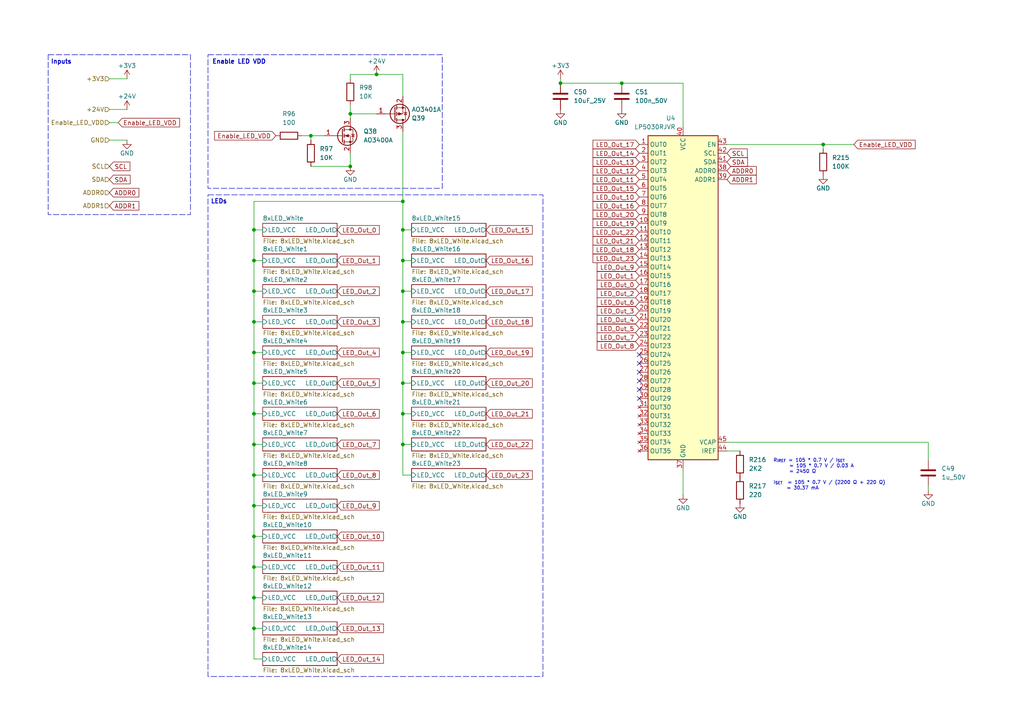
<source format=kicad_sch>
(kicad_sch (version 20231120) (generator "eeschema") (generator_version "8.0")
  (paper "A4")
  (lib_symbols
    (symbol "_C_0402:100n_50V" (pin_numbers hide) (pin_names (offset 0.254))
      (property "Reference" "C" (at 0.635 2.54 0))
      (property "Value" "100n_50V" (at 0.635 -2.54 0))
      (symbol "100n_50V_0_1"
        (polyline (pts (xy -2.032 -0.762) (xy 2.032 -0.762)) (stroke (width 0.508)))
        (polyline (pts (xy -2.032 0.762) (xy 2.032 0.762)) (stroke (width 0.508)))
      )
      (symbol "100n_50V_1_1"
        (pin passive line (at 0 3.81 270) (length 2.794) (name "~") (number "1"))
        (pin passive line (at 0 -3.81 90) (length 2.794) (name "~") (number "2"))
      )
    )
    (symbol "_C_0603:10uF_25V" (pin_numbers hide) (pin_names (offset 0.254))
      (property "Reference" "C" (at 0.635 2.54 0))
      (property "Value" "10uF_25V" (at 0.635 -2.54 0))
      (symbol "10uF_25V_0_1"
        (polyline (pts (xy -2.032 -0.762) (xy 2.032 -0.762)) (stroke (width 0.508)))
        (polyline (pts (xy -2.032 0.762) (xy 2.032 0.762)) (stroke (width 0.508)))
      )
      (symbol "10uF_25V_1_1"
        (pin passive line (at 0 3.81 270) (length 2.794) (name "~") (number "1"))
        (pin passive line (at 0 -3.81 90) (length 2.794) (name "~") (number "2"))
      )
    )
    (symbol "_C_0805:1u_50V" (pin_numbers hide) (pin_names (offset 0.254))
      (property "Reference" "C" (at 0.635 2.54 0))
      (property "Value" "1u_50V" (at 0.635 -2.54 0))
      (symbol "1u_50V_0_1"
        (polyline (pts (xy -2.032 -0.762) (xy 2.032 -0.762)) (stroke (width 0.508)))
        (polyline (pts (xy -2.032 0.762) (xy 2.032 0.762)) (stroke (width 0.508)))
      )
      (symbol "1u_50V_1_1"
        (pin passive line (at 0 3.81 270) (length 2.794) (name "~") (number "1"))
        (pin passive line (at 0 -3.81 90) (length 2.794) (name "~") (number "2"))
      )
    )
    (symbol "_Driver_LED:LP5030RJVR"
      (property "Reference" "U" (at -6.35 49.53 0))
      (property "Value" "LP5030RJVR" (at 6.35 49.53 0))
      (symbol "LP5030RJVR_0_1"
        (rectangle (start -10.16 48.26) (end 10.16 -45.72) (stroke (width 0.254)) (fill (type background)))
      )
      (symbol "LP5030RJVR_1_1"
        (pin power_out line (at 12.7 45.72 180) (length 2.54) (name "OUT0") (number "1"))
        (pin power_out line (at 12.7 22.86 180) (length 2.54) (name "OUT9") (number "10"))
        (pin power_out line (at 12.7 20.32 180) (length 2.54) (name "OUT10") (number "11"))
        (pin power_out line (at 12.7 17.78 180) (length 2.54) (name "OUT11") (number "12"))
        (pin power_out line (at 12.7 15.24 180) (length 2.54) (name "OUT12") (number "13"))
        (pin power_out line (at 12.7 12.7 180) (length 2.54) (name "OUT13") (number "14"))
        (pin power_out line (at 12.7 10.16 180) (length 2.54) (name "OUT14") (number "15"))
        (pin power_out line (at 12.7 7.62 180) (length 2.54) (name "OUT15") (number "16"))
        (pin power_out line (at 12.7 5.08 180) (length 2.54) (name "OUT16") (number "17"))
        (pin power_out line (at 12.7 2.54 180) (length 2.54) (name "OUT17") (number "18"))
        (pin power_out line (at 12.7 0 180) (length 2.54) (name "OUT18") (number "19"))
        (pin power_out line (at 12.7 43.18 180) (length 2.54) (name "OUT1") (number "2"))
        (pin power_out line (at 12.7 -2.54 180) (length 2.54) (name "OUT19") (number "20"))
        (pin power_out line (at 12.7 -5.08 180) (length 2.54) (name "OUT20") (number "21"))
        (pin power_out line (at 12.7 -7.62 180) (length 2.54) (name "OUT21") (number "22"))
        (pin power_out line (at 12.7 -10.16 180) (length 2.54) (name "OUT22") (number "23"))
        (pin power_out line (at 12.7 -12.7 180) (length 2.54) (name "OUT23") (number "24"))
        (pin power_out line (at 12.7 -15.24 180) (length 2.54) (name "OUT24") (number "25"))
        (pin power_out line (at 12.7 -17.78 180) (length 2.54) (name "OUT25") (number "26"))
        (pin power_out line (at 12.7 -20.32 180) (length 2.54) (name "OUT26") (number "27"))
        (pin power_out line (at 12.7 -22.86 180) (length 2.54) (name "OUT27") (number "28"))
        (pin power_out line (at 12.7 -25.4 180) (length 2.54) (name "OUT28") (number "29"))
        (pin power_out line (at 12.7 40.64 180) (length 2.54) (name "OUT2") (number "3"))
        (pin power_out line (at 12.7 -27.94 180) (length 2.54) (name "OUT29") (number "30"))
        (pin no_connect line (at 12.7 -30.48 180) (length 2.54) (name "OUT30") (number "31"))
        (pin no_connect line (at 12.7 -33.02 180) (length 2.54) (name "OUT31") (number "32"))
        (pin no_connect line (at 12.7 -35.56 180) (length 2.54) (name "OUT32") (number "33"))
        (pin no_connect line (at 12.7 -38.1 180) (length 2.54) (name "OUT33") (number "34"))
        (pin no_connect line (at 12.7 -40.64 180) (length 2.54) (name "OUT34") (number "35"))
        (pin no_connect line (at 12.7 -43.18 180) (length 2.54) (name "OUT35") (number "36"))
        (pin power_in line (at 0 -48.26 90) (length 2.54) (name "GND") (number "37"))
        (pin input line (at -12.7 38.1 0) (length 2.54) (name "ADDR0") (number "38"))
        (pin input line (at -12.7 35.56 0) (length 2.54) (name "ADDR1") (number "39"))
        (pin power_out line (at 12.7 38.1 180) (length 2.54) (name "OUT3") (number "4"))
        (pin power_in line (at 0 50.8 270) (length 2.54) (name "VCC") (number "40"))
        (pin bidirectional line (at -12.7 40.64 0) (length 2.54) (name "SDA") (number "41"))
        (pin input line (at -12.7 43.18 0) (length 2.54) (name "SCL") (number "42"))
        (pin input line (at -12.7 45.72 0) (length 2.54) (name "EN") (number "43"))
        (pin passive line (at -12.7 -43.18 0) (length 2.54) (name "IREF") (number "44"))
        (pin passive line (at -12.7 -40.64 0) (length 2.54) (name "VCAP") (number "45"))
        (pin passive line (at 0 -48.26 90) (length 2.54) hide (name "GND") (number "46"))
        (pin passive line (at 0 -48.26 90) (length 2.54) hide (name "GND") (number "47"))
        (pin power_out line (at 12.7 35.56 180) (length 2.54) (name "OUT4") (number "5"))
        (pin power_out line (at 12.7 33.02 180) (length 2.54) (name "OUT5") (number "6"))
        (pin power_out line (at 12.7 30.48 180) (length 2.54) (name "OUT6") (number "7"))
        (pin power_out line (at 12.7 27.94 180) (length 2.54) (name "OUT7") (number "8"))
        (pin power_out line (at 12.7 25.4 180) (length 2.54) (name "OUT8") (number "9"))
      )
    )
    (symbol "_R_0402:100" (pin_numbers hide) (pin_names (offset 0))
      (property "Reference" "R" (at 2.032 0 90))
      (property "Value" "100" (at 0 0 90))
      (symbol "100_0_1"
        (rectangle (start -1.016 -2.54) (end 1.016 2.54) (stroke (width 0.254)))
      )
      (symbol "100_1_1"
        (pin passive line (at 0 3.81 270) (length 1.27) (name "~") (number "1"))
        (pin passive line (at 0 -3.81 90) (length 1.27) (name "~") (number "2"))
      )
    )
    (symbol "_R_0402:100K" (pin_numbers hide) (pin_names (offset 0))
      (property "Reference" "R" (at 2.032 0 90))
      (property "Value" "100K" (at 0 0 90))
      (symbol "100K_0_1"
        (rectangle (start -1.016 -2.54) (end 1.016 2.54) (stroke (width 0.254)))
      )
      (symbol "100K_1_1"
        (pin passive line (at 0 3.81 270) (length 1.27) (name "~") (number "1"))
        (pin passive line (at 0 -3.81 90) (length 1.27) (name "~") (number "2"))
      )
    )
    (symbol "_R_0402:10K" (pin_numbers hide) (pin_names (offset 0))
      (property "Reference" "R" (at 2.032 0 90))
      (property "Value" "10K" (at 0 0 90))
      (symbol "10K_0_1"
        (rectangle (start -1.016 -2.54) (end 1.016 2.54) (stroke (width 0.254)))
      )
      (symbol "10K_1_1"
        (pin passive line (at 0 3.81 270) (length 1.27) (name "~") (number "1"))
        (pin passive line (at 0 -3.81 90) (length 1.27) (name "~") (number "2"))
      )
    )
    (symbol "_R_0402:220" (pin_numbers hide) (pin_names (offset 0))
      (property "Reference" "R" (at 2.032 0 90))
      (property "Value" "220" (at 0 0 90))
      (symbol "220_0_1"
        (rectangle (start -1.016 -2.54) (end 1.016 2.54) (stroke (width 0.254)))
      )
      (symbol "220_1_1"
        (pin passive line (at 0 3.81 270) (length 1.27) (name "~") (number "1"))
        (pin passive line (at 0 -3.81 90) (length 1.27) (name "~") (number "2"))
      )
    )
    (symbol "_R_0402:2K2" (pin_numbers hide) (pin_names (offset 0))
      (property "Reference" "R" (at 2.032 0 90))
      (property "Value" "2K2" (at 0 0 90))
      (symbol "2K2_0_1"
        (rectangle (start -1.016 -2.54) (end 1.016 2.54) (stroke (width 0.254)))
      )
      (symbol "2K2_1_1"
        (pin passive line (at 0 3.81 270) (length 1.27) (name "~") (number "1"))
        (pin passive line (at 0 -3.81 90) (length 1.27) (name "~") (number "2"))
      )
    )
    (symbol "_Transistor_FET:AO3400A" (pin_names hide)
      (property "Reference" "Q" (at 5.08 1.905 0))
      (property "Value" "AO3400A" (at 5.08 0 0))
      (symbol "AO3400A_0_1"
        (polyline (pts (xy 0.254 0) (xy -2.54 0)))
        (polyline (pts (xy 0.254 1.905) (xy 0.254 -1.905)) (stroke (width 0.254)))
        (polyline (pts (xy 0.762 -1.27) (xy 0.762 -2.286)) (stroke (width 0.254)))
        (polyline (pts (xy 0.762 0.508) (xy 0.762 -0.508)) (stroke (width 0.254)))
        (polyline (pts (xy 0.762 2.286) (xy 0.762 1.27)) (stroke (width 0.254)))
        (polyline (pts (xy 2.54 2.54) (xy 2.54 1.778)))
        (polyline (pts (xy 2.54 -2.54) (xy 2.54 0) (xy 0.762 0)))
        (polyline (pts (xy 0.762 -1.778) (xy 3.302 -1.778) (xy 3.302 1.778) (xy 0.762 1.778)))
        (polyline (pts (xy 1.016 0) (xy 2.032 0.381) (xy 2.032 -0.381) (xy 1.016 0)) (fill (type outline)))
        (polyline (pts (xy 2.794 0.508) (xy 2.921 0.381) (xy 3.683 0.381) (xy 3.81 0.254)))
        (polyline (pts (xy 3.302 0.381) (xy 2.921 -0.254) (xy 3.683 -0.254) (xy 3.302 0.381)))
        (circle (center 1.651 0) (radius 2.794) (stroke (width 0.254)))
        (circle (center 2.54 -1.778) (radius 0.254) (fill (type outline)))
        (circle (center 2.54 1.778) (radius 0.254) (fill (type outline)))
      )
      (symbol "AO3400A_1_1"
        (pin input line (at -5.08 0 0) (length 2.54) (name "G") (number "1"))
        (pin passive line (at 2.54 -5.08 90) (length 2.54) (name "S") (number "2"))
        (pin passive line (at 2.54 5.08 270) (length 2.54) (name "D") (number "3"))
      )
    )
    (symbol "_Transistor_FET:AO3401A" (pin_names hide)
      (property "Reference" "Q" (at 5.08 1.905 0))
      (property "Value" "AO3401A" (at 5.08 0 0))
      (symbol "AO3401A_0_1"
        (polyline (pts (xy 0.254 0) (xy -2.54 0)))
        (polyline (pts (xy 0.254 1.905) (xy 0.254 -1.905)) (stroke (width 0.254)))
        (polyline (pts (xy 0.762 -1.27) (xy 0.762 -2.286)) (stroke (width 0.254)))
        (polyline (pts (xy 0.762 0.508) (xy 0.762 -0.508)) (stroke (width 0.254)))
        (polyline (pts (xy 0.762 2.286) (xy 0.762 1.27)) (stroke (width 0.254)))
        (polyline (pts (xy 2.54 2.54) (xy 2.54 1.778)))
        (polyline (pts (xy 2.54 -2.54) (xy 2.54 0) (xy 0.762 0)))
        (polyline (pts (xy 0.762 1.778) (xy 3.302 1.778) (xy 3.302 -1.778) (xy 0.762 -1.778)))
        (polyline (pts (xy 2.286 0) (xy 1.27 0.381) (xy 1.27 -0.381) (xy 2.286 0)) (fill (type outline)))
        (polyline (pts (xy 2.794 -0.508) (xy 2.921 -0.381) (xy 3.683 -0.381) (xy 3.81 -0.254)))
        (polyline (pts (xy 3.302 -0.381) (xy 2.921 0.254) (xy 3.683 0.254) (xy 3.302 -0.381)))
        (circle (center 1.651 0) (radius 2.794) (stroke (width 0.254)))
        (circle (center 2.54 -1.778) (radius 0.254) (fill (type outline)))
        (circle (center 2.54 1.778) (radius 0.254) (fill (type outline)))
      )
      (symbol "AO3401A_1_1"
        (pin input line (at -5.08 0 0) (length 2.54) (name "G") (number "1"))
        (pin passive line (at 2.54 -5.08 90) (length 2.54) (name "S") (number "2"))
        (pin passive line (at 2.54 5.08 270) (length 2.54) (name "D") (number "3"))
      )
    )
    (symbol "power:+3V3" (power) (pin_names (offset 0))
      (property "Value" "+3V3" (at 0 3.556 0))
      (symbol "+3V3_0_1"
        (polyline (pts (xy -0.762 1.27) (xy 0 2.54)))
        (polyline (pts (xy 0 0) (xy 0 2.54)))
        (polyline (pts (xy 0 2.54) (xy 0.762 1.27)))
      )
      (symbol "+3V3_1_1"
        (pin power_in line (at 0 0 90) (length 0) hide (name "+3V3") (number "1"))
      )
    )
    (symbol "power:+5V" (power) (pin_names (offset 0))
      (property "Value" "+5V" (at 0 3.556 0))
      (symbol "+5V_0_1"
        (polyline (pts (xy -0.762 1.27) (xy 0 2.54)))
        (polyline (pts (xy 0 0) (xy 0 2.54)))
        (polyline (pts (xy 0 2.54) (xy 0.762 1.27)))
      )
      (symbol "+5V_1_1"
        (pin power_in line (at 0 0 90) (length 0) hide (name "+5V") (number "1"))
      )
    )
    (symbol "power:GND" (power) (pin_names (offset 0))
      (property "Value" "GND" (at 0 -3.81 0))
      (symbol "GND_0_1"
        (polyline (pts (xy 0 0) (xy 0 -1.27) (xy 1.27 -1.27) (xy 0 -2.54) (xy -1.27 -1.27) (xy 0 -1.27)))
      )
      (symbol "GND_1_1"
        (pin power_in line (at 0 0 270) (length 0) hide (name "GND") (number "1"))
      )
    )
  )
  (junction (at 73.66 164.465))
  (junction (at 73.66 102.235))
  (junction (at 73.66 120.015))
  (junction (at 73.66 75.565))
  (junction (at 73.66 155.575))
  (junction (at 73.66 93.345))
  (junction (at 180.34 24.13))
  (junction (at 73.66 66.675))
  (junction (at 73.66 137.795))
  (junction (at 73.66 173.355))
  (junction (at 116.84 111.125))
  (junction (at 116.84 75.565))
  (junction (at 116.84 58.42))
  (junction (at 73.66 128.905))
  (junction (at 162.56 24.13))
  (junction (at 73.66 146.685))
  (junction (at 73.66 84.455))
  (junction (at 73.66 182.245))
  (junction (at 90.17 39.37))
  (junction (at 116.84 66.675))
  (junction (at 101.6 33.02))
  (junction (at 109.22 21.59))
  (junction (at 116.84 128.905))
  (junction (at 101.6 48.26))
  (junction (at 238.76 41.91))
  (junction (at 116.84 93.345))
  (junction (at 116.84 102.235))
  (junction (at 116.84 120.015))
  (junction (at 73.66 111.125))
  (junction (at 116.84 84.455))
  (no_connect (at 185.42 110.49))
  (no_connect (at 185.42 102.87))
  (no_connect (at 185.42 113.03))
  (no_connect (at 185.42 115.57))
  (no_connect (at 185.42 105.41))
  (no_connect (at 185.42 107.95))
  (wire (pts (xy 116.84 111.125) (xy 116.84 120.015)))
  (wire (pts (xy 101.6 44.45) (xy 101.6 48.26)))
  (wire (pts (xy 76.2 84.455) (xy 73.66 84.455)))
  (wire (pts (xy 116.84 38.1) (xy 116.84 58.42)))
  (wire (pts (xy 76.2 75.565) (xy 73.66 75.565)))
  (wire (pts (xy 73.66 155.575) (xy 73.66 164.465)))
  (wire (pts (xy 116.84 58.42) (xy 116.84 66.675)))
  (wire (pts (xy 269.24 128.27) (xy 210.82 128.27)))
  (wire (pts (xy 119.38 111.125) (xy 116.84 111.125)))
  (wire (pts (xy 119.38 84.455) (xy 116.84 84.455)))
  (wire (pts (xy 90.17 48.26) (xy 101.6 48.26)))
  (wire (pts (xy 119.38 137.795) (xy 116.84 137.795)))
  (wire (pts (xy 162.56 22.86) (xy 162.56 24.13)))
  (wire (pts (xy 101.6 33.02) (xy 109.22 33.02)))
  (wire (pts (xy 116.84 120.015) (xy 116.84 128.905)))
  (wire (pts (xy 76.2 146.685) (xy 73.66 146.685)))
  (wire (pts (xy 162.56 24.13) (xy 180.34 24.13)))
  (wire (pts (xy 76.2 164.465) (xy 73.66 164.465)))
  (wire (pts (xy 119.38 93.345) (xy 116.84 93.345)))
  (wire (pts (xy 198.12 143.51) (xy 198.12 135.89)))
  (wire (pts (xy 73.66 66.675) (xy 73.66 75.565)))
  (wire (pts (xy 31.75 22.86) (xy 36.83 22.86)))
  (wire (pts (xy 73.66 111.125) (xy 73.66 120.015)))
  (wire (pts (xy 238.76 41.91) (xy 247.65 41.91)))
  (wire (pts (xy 90.17 40.64) (xy 90.17 39.37)))
  (wire (pts (xy 119.38 120.015) (xy 116.84 120.015)))
  (wire (pts (xy 76.2 182.245) (xy 73.66 182.245)))
  (wire (pts (xy 73.66 137.795) (xy 73.66 146.685)))
  (wire (pts (xy 269.24 142.24) (xy 269.24 140.97)))
  (wire (pts (xy 269.24 133.35) (xy 269.24 128.27)))
  (wire (pts (xy 73.66 93.345) (xy 73.66 102.235)))
  (wire (pts (xy 116.84 21.59) (xy 116.84 27.94)))
  (wire (pts (xy 238.76 41.91) (xy 238.76 43.18)))
  (wire (pts (xy 76.2 111.125) (xy 73.66 111.125)))
  (wire (pts (xy 73.66 173.355) (xy 73.66 182.245)))
  (wire (pts (xy 76.2 128.905) (xy 73.66 128.905)))
  (wire (pts (xy 116.84 84.455) (xy 116.84 93.345)))
  (wire (pts (xy 76.2 173.355) (xy 73.66 173.355)))
  (wire (pts (xy 101.6 30.48) (xy 101.6 33.02)))
  (wire (pts (xy 36.83 40.64) (xy 31.75 40.64)))
  (wire (pts (xy 109.22 21.59) (xy 101.6 21.59)))
  (wire (pts (xy 73.66 146.685) (xy 73.66 155.575)))
  (wire (pts (xy 116.84 93.345) (xy 116.84 102.235)))
  (wire (pts (xy 73.66 58.42) (xy 73.66 66.675)))
  (wire (pts (xy 116.84 75.565) (xy 116.84 84.455)))
  (wire (pts (xy 76.2 155.575) (xy 73.66 155.575)))
  (wire (pts (xy 76.2 93.345) (xy 73.66 93.345)))
  (wire (pts (xy 119.38 128.905) (xy 116.84 128.905)))
  (wire (pts (xy 34.29 35.56) (xy 31.75 35.56)))
  (wire (pts (xy 76.2 191.135) (xy 73.66 191.135)))
  (wire (pts (xy 198.12 24.13) (xy 198.12 36.83)))
  (wire (pts (xy 87.63 39.37) (xy 90.17 39.37)))
  (wire (pts (xy 210.82 130.81) (xy 214.63 130.81)))
  (wire (pts (xy 180.34 24.13) (xy 198.12 24.13)))
  (wire (pts (xy 116.84 66.675) (xy 116.84 75.565)))
  (wire (pts (xy 31.75 31.75) (xy 36.83 31.75)))
  (wire (pts (xy 76.2 102.235) (xy 73.66 102.235)))
  (wire (pts (xy 76.2 137.795) (xy 73.66 137.795)))
  (wire (pts (xy 116.84 21.59) (xy 109.22 21.59)))
  (wire (pts (xy 116.84 102.235) (xy 116.84 111.125)))
  (wire (pts (xy 73.66 58.42) (xy 116.84 58.42)))
  (wire (pts (xy 90.17 39.37) (xy 93.98 39.37)))
  (wire (pts (xy 73.66 66.675) (xy 76.2 66.675)))
  (wire (pts (xy 119.38 102.235) (xy 116.84 102.235)))
  (wire (pts (xy 116.84 66.675) (xy 119.38 66.675)))
  (wire (pts (xy 210.82 41.91) (xy 238.76 41.91)))
  (wire (pts (xy 73.66 128.905) (xy 73.66 137.795)))
  (wire (pts (xy 73.66 191.135) (xy 73.66 182.245)))
  (wire (pts (xy 101.6 21.59) (xy 101.6 22.86)))
  (wire (pts (xy 73.66 84.455) (xy 73.66 93.345)))
  (wire (pts (xy 101.6 33.02) (xy 101.6 34.29)))
  (wire (pts (xy 116.84 128.905) (xy 116.84 137.795)))
  (wire (pts (xy 73.66 102.235) (xy 73.66 111.125)))
  (wire (pts (xy 73.66 164.465) (xy 73.66 173.355)))
  (wire (pts (xy 119.38 75.565) (xy 116.84 75.565)))
  (wire (pts (xy 76.2 120.015) (xy 73.66 120.015)))
  (wire (pts (xy 73.66 75.565) (xy 73.66 84.455)))
  (wire (pts (xy 73.66 120.015) (xy 73.66 128.905)))
  (rectangle (start 13.97 15.875) (end 55.245 62.23) (stroke (width 0) (type dash)))
  (rectangle (start 60.325 56.515) (end 157.48 196.215) (stroke (width 0) (type dash)))
  (rectangle (start 60.325 15.875) (end 128.27 54.61) (stroke (width 0) (type dash)))
  (text_box "R_{IREF} = 105 * 0.7 V / I_{SET} \n      = 105 * 0.7 V / 0.03 A \n      = 2450 Ω\n\nI_{SET}  = 105 * 0.7 V / (2200 Ω + 220 Ω) \n     = 30.37 mA" (at 223.52 132.08 0) (size 34.925 10.795) (stroke (width -0.0001)) (effects (font (size 1 1)) (justify left top)))
  (text "Enable LED VDD" (at 69.342 18.034 0) (effects (font (size 1.27 1.27) (thickness 0.254) (bold yes))))
  (text "Inputs" (at 17.78 18.034 0) (effects (font (size 1.27 1.27) (thickness 0.254) (bold yes))))
  (text "LEDs" (at 63.5 58.547 0) (effects (font (size 1.27 1.27) (thickness 0.254) (bold yes))))
  (global_label "LED_Out_0" (shape input) (at 97.79 66.675 0) (property "Intersheetrefs" "${INTERSHEET_REFS}" (effects (hide yes))))
  (global_label "ADDR1" (shape input) (at 31.75 59.69 0) (property "Intersheetrefs" "${INTERSHEET_REFS}" (effects (hide yes))))
  (global_label "LED_Out_5" (shape input) (at 97.79 111.125 0) (property "Intersheetrefs" "${INTERSHEET_REFS}" (effects (hide yes))))
  (global_label "LED_Out_16" (shape input) (at 140.97 75.565 0) (property "Intersheetrefs" "${INTERSHEET_REFS}" (effects (hide yes))))
  (global_label "LED_Out_23" (shape input) (at 140.97 137.795 0) (property "Intersheetrefs" "${INTERSHEET_REFS}" (effects (hide yes))))
  (global_label "LED_Out_0" (shape input) (at 185.42 82.55 180) (property "Intersheetrefs" "${INTERSHEET_REFS}" (effects (hide yes))))
  (global_label "LED_Out_12" (shape input) (at 185.42 49.53 180) (property "Intersheetrefs" "${INTERSHEET_REFS}" (effects (hide yes))))
  (global_label "LED_Out_14" (shape input) (at 97.79 191.135 0) (property "Intersheetrefs" "${INTERSHEET_REFS}" (effects (hide yes))))
  (global_label "LED_Out_14" (shape input) (at 185.42 44.45 180) (property "Intersheetrefs" "${INTERSHEET_REFS}" (effects (hide yes))))
  (global_label "SDA" (shape input) (at 31.75 52.07 0) (property "Intersheetrefs" "${INTERSHEET_REFS}" (effects (hide yes))))
  (global_label "SCL" (shape input) (at 31.75 48.26 0) (property "Intersheetrefs" "${INTERSHEET_REFS}" (effects (hide yes))))
  (global_label "LED_Out_22" (shape input) (at 185.42 67.31 180) (property "Intersheetrefs" "${INTERSHEET_REFS}" (effects (hide yes))))
  (global_label "Enable_LED_VDD" (shape input) (at 80.01 39.37 180) (property "Intersheetrefs" "${INTERSHEET_REFS}" (effects (hide yes))))
  (global_label "LED_Out_11" (shape input) (at 185.42 52.07 180) (property "Intersheetrefs" "${INTERSHEET_REFS}" (effects (hide yes))))
  (global_label "LED_Out_21" (shape input) (at 185.42 69.85 180) (property "Intersheetrefs" "${INTERSHEET_REFS}" (effects (hide yes))))
  (global_label "LED_Out_16" (shape input) (at 185.42 59.69 180) (property "Intersheetrefs" "${INTERSHEET_REFS}" (effects (hide yes))))
  (global_label "LED_Out_3" (shape input) (at 97.79 93.345 0) (property "Intersheetrefs" "${INTERSHEET_REFS}" (effects (hide yes))))
  (global_label "LED_Out_17" (shape input) (at 140.97 84.455 0) (property "Intersheetrefs" "${INTERSHEET_REFS}" (effects (hide yes))))
  (global_label "LED_Out_2" (shape input) (at 185.42 85.09 180) (property "Intersheetrefs" "${INTERSHEET_REFS}" (effects (hide yes))))
  (global_label "LED_Out_19" (shape input) (at 185.42 64.77 180) (property "Intersheetrefs" "${INTERSHEET_REFS}" (effects (hide yes))))
  (global_label "LED_Out_8" (shape input) (at 97.79 137.795 0) (property "Intersheetrefs" "${INTERSHEET_REFS}" (effects (hide yes))))
  (global_label "LED_Out_20" (shape input) (at 185.42 62.23 180) (property "Intersheetrefs" "${INTERSHEET_REFS}" (effects (hide yes))))
  (global_label "LED_Out_6" (shape input) (at 185.42 87.63 180) (property "Intersheetrefs" "${INTERSHEET_REFS}" (effects (hide yes))))
  (global_label "LED_Out_12" (shape input) (at 97.79 173.355 0) (property "Intersheetrefs" "${INTERSHEET_REFS}" (effects (hide yes))))
  (global_label "LED_Out_11" (shape input) (at 97.79 164.465 0) (property "Intersheetrefs" "${INTERSHEET_REFS}" (effects (hide yes))))
  (global_label "Enable_LED_VDD" (shape input) (at 34.29 35.56 0) (property "Intersheetrefs" "${INTERSHEET_REFS}" (effects (hide yes))))
  (global_label "SDA" (shape input) (at 210.82 46.99 0) (property "Intersheetrefs" "${INTERSHEET_REFS}" (effects (hide yes))))
  (global_label "LED_Out_7" (shape input) (at 185.42 97.79 180) (property "Intersheetrefs" "${INTERSHEET_REFS}" (effects (hide yes))))
  (global_label "LED_Out_7" (shape input) (at 97.79 128.905 0) (property "Intersheetrefs" "${INTERSHEET_REFS}" (effects (hide yes))))
  (global_label "LED_Out_8" (shape input) (at 185.42 100.33 180) (property "Intersheetrefs" "${INTERSHEET_REFS}" (effects (hide yes))))
  (global_label "SCL" (shape input) (at 210.82 44.45 0) (property "Intersheetrefs" "${INTERSHEET_REFS}" (effects (hide yes))))
  (global_label "LED_Out_21" (shape input) (at 140.97 120.015 0) (property "Intersheetrefs" "${INTERSHEET_REFS}" (effects (hide yes))))
  (global_label "LED_Out_15" (shape input) (at 140.97 66.675 0) (property "Intersheetrefs" "${INTERSHEET_REFS}" (effects (hide yes))))
  (global_label "LED_Out_13" (shape input) (at 185.42 46.99 180) (property "Intersheetrefs" "${INTERSHEET_REFS}" (effects (hide yes))))
  (global_label "LED_Out_3" (shape input) (at 185.42 90.17 180) (property "Intersheetrefs" "${INTERSHEET_REFS}" (effects (hide yes))))
  (global_label "LED_Out_10" (shape input) (at 97.79 155.575 0) (property "Intersheetrefs" "${INTERSHEET_REFS}" (effects (hide yes))))
  (global_label "LED_Out_19" (shape input) (at 140.97 102.235 0) (property "Intersheetrefs" "${INTERSHEET_REFS}" (effects (hide yes))))
  (global_label "ADDR0" (shape input) (at 31.75 55.88 0) (property "Intersheetrefs" "${INTERSHEET_REFS}" (effects (hide yes))))
  (global_label "ADDR1" (shape input) (at 210.82 52.07 0) (property "Intersheetrefs" "${INTERSHEET_REFS}" (effects (hide yes))))
  (global_label "LED_Out_22" (shape input) (at 140.97 128.905 0) (property "Intersheetrefs" "${INTERSHEET_REFS}" (effects (hide yes))))
  (global_label "LED_Out_18" (shape input) (at 185.42 72.39 180) (property "Intersheetrefs" "${INTERSHEET_REFS}" (effects (hide yes))))
  (global_label "LED_Out_15" (shape input) (at 185.42 54.61 180) (property "Intersheetrefs" "${INTERSHEET_REFS}" (effects (hide yes))))
  (global_label "LED_Out_17" (shape input) (at 185.42 41.91 180) (property "Intersheetrefs" "${INTERSHEET_REFS}" (effects (hide yes))))
  (global_label "LED_Out_4" (shape input) (at 185.42 92.71 180) (property "Intersheetrefs" "${INTERSHEET_REFS}" (effects (hide yes))))
  (global_label "LED_Out_20" (shape input) (at 140.97 111.125 0) (property "Intersheetrefs" "${INTERSHEET_REFS}" (effects (hide yes))))
  (global_label "LED_Out_23" (shape input) (at 185.42 74.93 180) (property "Intersheetrefs" "${INTERSHEET_REFS}" (effects (hide yes))))
  (global_label "LED_Out_9" (shape input) (at 185.42 77.47 180) (property "Intersheetrefs" "${INTERSHEET_REFS}" (effects (hide yes))))
  (global_label "LED_Out_2" (shape input) (at 97.79 84.455 0) (property "Intersheetrefs" "${INTERSHEET_REFS}" (effects (hide yes))))
  (global_label "LED_Out_13" (shape input) (at 97.79 182.245 0) (property "Intersheetrefs" "${INTERSHEET_REFS}" (effects (hide yes))))
  (global_label "LED_Out_10" (shape input) (at 185.42 57.15 180) (property "Intersheetrefs" "${INTERSHEET_REFS}" (effects (hide yes))))
  (global_label "LED_Out_6" (shape input) (at 97.79 120.015 0) (property "Intersheetrefs" "${INTERSHEET_REFS}" (effects (hide yes))))
  (global_label "LED_Out_4" (shape input) (at 97.79 102.235 0) (property "Intersheetrefs" "${INTERSHEET_REFS}" (effects (hide yes))))
  (global_label "LED_Out_5" (shape input) (at 185.42 95.25 180) (property "Intersheetrefs" "${INTERSHEET_REFS}" (effects (hide yes))))
  (global_label "ADDR0" (shape input) (at 210.82 49.53 0) (property "Intersheetrefs" "${INTERSHEET_REFS}" (effects (hide yes))))
  (global_label "Enable_LED_VDD" (shape input) (at 247.65 41.91 0) (property "Intersheetrefs" "${INTERSHEET_REFS}" (effects (hide yes))))
  (global_label "LED_Out_1" (shape input) (at 97.79 75.565 0) (property "Intersheetrefs" "${INTERSHEET_REFS}" (effects (hide yes))))
  (global_label "LED_Out_18" (shape input) (at 140.97 93.345 0) (property "Intersheetrefs" "${INTERSHEET_REFS}" (effects (hide yes))))
  (global_label "LED_Out_9" (shape input) (at 97.79 146.685 0) (property "Intersheetrefs" "${INTERSHEET_REFS}" (effects (hide yes))))
  (global_label "LED_Out_1" (shape input) (at 185.42 80.01 180) (property "Intersheetrefs" "${INTERSHEET_REFS}" (effects (hide yes))))
  (hierarchical_label "Enable_LED_VDD" (shape input) (at 31.75 35.56 180))
  (hierarchical_label "SCL" (shape input) (at 31.75 48.26 180))
  (hierarchical_label "+24V" (shape input) (at 31.75 31.75 180))
  (hierarchical_label "ADDR1" (shape input) (at 31.75 59.69 180))
  (hierarchical_label "GND" (shape input) (at 31.75 40.64 180))
  (hierarchical_label "SDA" (shape input) (at 31.75 52.07 180))
  (hierarchical_label "+3V3" (shape input) (at 31.75 22.86 180))
  (hierarchical_label "ADDR0" (shape input) (at 31.75 55.88 180))
  (symbol (lib_id "power:+5V") (at 36.83 31.75 0) (unit 1)
    (property "Reference" "#PWR0168" (effects (hide yes)))
    (property "Value" "+24V" (at 36.83 27.94 0))
  )
  (symbol (lib_id "power:GND") (at 180.34 31.75 0) (unit 1)
    (property "Reference" "#PWR0174" (effects (hide yes)))
    (property "Value" "GND" (at 180.34 35.56 0))
  )
  (symbol (lib_id "_C_0402:100n_50V") (at 180.34 27.94 180) (unit 1)
    (property "Reference" "C51" (at 184.15 26.6699 0) (effects (justify right)))
    (property "Value" "100n_50V" (at 184.15 29.2099 0) (effects (justify right)))
    (property "Footprint" "Capacitor_SMD:C_0402_1005Metric" (effects (hide yes)))
    (property "Datasheet" "https://product.samsungsem.com/mlcc/CL05B104KB54PN.do" (effects (hide yes)))
    (property "MF" "Samsung Electro-Mechanics" (effects (hide yes)))
    (property "MPN" "CL05B104KB54PNC" (effects (hide yes)))
    (property "OC_LCSC" "C307331" (effects (hide yes)))
  )
  (symbol (lib_id "power:+3V3") (at 162.56 22.86 0) (unit 1)
    (property "Reference" "#PWR0181" (effects (hide yes)))
    (property "Value" "+3V3" (at 162.56 19.05 0))
  )
  (symbol (lib_id "power:GND") (at 198.12 143.51 0) (unit 1)
    (property "Reference" "#PWR0165" (effects (hide yes)))
    (property "Value" "GND" (at 198.12 147.32 0))
  )
  (symbol (lib_id "_R_0402:100") (at 83.82 39.37 90) (unit 1)
    (property "Reference" "R96" (at 83.82 33.02 90))
    (property "Value" "100" (at 83.82 35.56 90))
    (property "Footprint" "Resistor_SMD:R_0402_1005Metric" (effects (hide yes)))
    (property "Description" "Resistor 100 1% 62.5mW 50V 0402" (effects (hide yes)))
    (property "MF" "UNI-ROYAL" (effects (hide yes)))
    (property "MPN" "0402WGF1000TCE" (effects (hide yes)))
    (property "OC_LCSC" "C25076" (effects (hide yes)))
  )
  (symbol (lib_id "power:GND") (at 214.63 146.05 0) (unit 1)
    (property "Reference" "#PWR0176" (effects (hide yes)))
    (property "Value" "GND" (at 214.63 149.86 0))
  )
  (symbol (lib_id "_R_0402:10K") (at 101.6 26.67 0) (unit 1)
    (property "Reference" "R98" (at 104.14 25.3999 0) (effects (justify left)))
    (property "Value" "10K" (at 104.14 27.9399 0) (effects (justify left)))
    (property "Footprint" "Resistor_SMD:R_0402_1005Metric" (effects (hide yes)))
    (property "Description" "Resistor 10K 1% 62.5mW 50V 0402" (effects (hide yes)))
    (property "MF" "UNI-ROYAL" (effects (hide yes)))
    (property "MPN" "0402WGF1002TCE" (effects (hide yes)))
    (property "OC_LCSC" "C25744" (effects (hide yes)))
  )
  (symbol (lib_id "_Transistor_FET:AO3401A") (at 114.3 33.02 0) (mirror x) (unit 1)
    (property "Reference" "Q39" (at 119.38 34.29 0) (effects (justify left)))
    (property "Value" "AO3401A" (at 119.38 31.75 0) (effects (justify left)))
    (property "Footprint" "Package_TO_SOT_SMD:SOT-23" (effects (hide yes)))
    (property "Datasheet" "https://datasheet.lcsc.com/lcsc/1810171817_Alpha---Omega-Semicon-AO3401A_C15127.pdf" (effects (hide yes)))
    (property "Description" "30V 4A 44mΩ@10V,4.3A 1.4W P Channel SOT-23 MOSFET" (effects (hide yes)))
    (property "MF" "Alpha & Omega Semicon" (effects (hide yes)))
    (property "MPN" "AO3401A" (effects (hide yes)))
    (property "OC_LCSC" "C15127" (effects (hide yes)))
  )
  (symbol (lib_id "power:GND") (at 101.6 48.26 0) (unit 1)
    (property "Reference" "#PWR0166" (effects (hide yes)))
    (property "Value" "GND" (at 101.6 52.07 0))
  )
  (symbol (lib_id "_C_0603:10uF_25V") (at 162.56 27.94 0) (unit 1)
    (property "Reference" "C50" (at 166.37 26.6699 0) (effects (justify left)))
    (property "Value" "10uF_25V" (at 166.37 29.2099 0) (effects (justify left)))
    (property "Footprint" "Capacitor_SMD:C_0603_1608Metric" (effects (hide yes)))
    (property "Datasheet" "https://product.samsungsem.com/mlcc/CL10A106MA8NRN.do" (effects (hide yes)))
    (property "Description" "Capacitor 10uF 25V X5R 20% 0603" (effects (hide yes)))
    (property "MF" "Samsung Electro-Mechanics" (effects (hide yes)))
    (property "MPN" "CL10A106MA8NRNC" (effects (hide yes)))
    (property "OC_LCSC" "C96446" (effects (hide yes)))
  )
  (symbol (lib_id "_R_0402:2K2") (at 214.63 134.62 0) (unit 1)
    (property "Reference" "R216" (at 217.17 133.3499 0) (effects (justify left)))
    (property "Value" "2K2" (at 217.17 135.8899 0) (effects (justify left)))
    (property "Footprint" "Resistor_SMD:R_0402_1005Metric" (effects (hide yes)))
    (property "Description" "Resistor 2K2 1% 62.5mW 50V 0402" (effects (hide yes)))
    (property "MF" "UNI-ROYAL" (effects (hide yes)))
    (property "MPN" "0402WGF2201TCE" (effects (hide yes)))
    (property "OC_LCSC" "C25879" (effects (hide yes)))
  )
  (symbol (lib_id "_R_0402:10K") (at 90.17 44.45 0) (unit 1)
    (property "Reference" "R97" (at 92.71 43.1799 0) (effects (justify left)))
    (property "Value" "10K" (at 92.71 45.7199 0) (effects (justify left)))
    (property "Footprint" "Resistor_SMD:R_0402_1005Metric" (effects (hide yes)))
    (property "Description" "Resistor 10K 1% 62.5mW 50V 0402" (effects (hide yes)))
    (property "MF" "UNI-ROYAL" (effects (hide yes)))
    (property "MPN" "0402WGF1002TCE" (effects (hide yes)))
    (property "OC_LCSC" "C25744" (effects (hide yes)))
  )
  (symbol (lib_id "power:GND") (at 269.24 142.24 0) (unit 1)
    (property "Reference" "#PWR0172" (effects (hide yes)))
    (property "Value" "GND" (at 269.24 146.05 0))
  )
  (symbol (lib_id "_C_0805:1u_50V") (at 269.24 137.16 0) (unit 1)
    (property "Reference" "C49" (at 273.05 135.8899 0) (effects (justify left)))
    (property "Value" "1u_50V" (at 273.05 138.4299 0) (effects (justify left)))
    (property "Footprint" "Capacitor_SMD:C_0805_2012Metric" (effects (hide yes)))
    (property "Datasheet" "https://product.samsungsem.com/mlcc/CL21B105KBFNNN.do" (effects (hide yes)))
    (property "Description" "Capacitor 1uF 50V X7R 10% 0805" (effects (hide yes)))
    (property "MF" "Samsung Electro-Mechanics" (effects (hide yes)))
    (property "MPN" "CL21B105KBFNNNE" (effects (hide yes)))
    (property "OC_LCSC" "C28323" (effects (hide yes)))
  )
  (symbol (lib_id "power:GND") (at 162.56 31.75 0) (unit 1)
    (property "Reference" "#PWR0173" (effects (hide yes)))
    (property "Value" "GND" (at 162.56 35.56 0))
  )
  (symbol (lib_id "_Transistor_FET:AO3400A") (at 99.06 39.37 0) (unit 1)
    (property "Reference" "Q38" (at 105.41 38.0999 0) (effects (justify left)))
    (property "Value" "AO3400A" (at 105.41 40.6399 0) (effects (justify left)))
    (property "Footprint" "Package_TO_SOT_SMD:SOT-23" (effects (hide yes)))
    (property "Datasheet" "https://datasheet.lcsc.com/lcsc/1811081213_Alpha---Omega-Semicon-AO3400A_C20917.pdf" (effects (hide yes)))
    (property "Description" "30V 5.7A 26.5mΩ@10V,5.7A 1.4W N Channel SOT-23-3L MOSFET" (effects (hide yes)))
    (property "MF" "Alpha & Omega Semicon" (effects (hide yes)))
    (property "MPN" "AO3400A" (effects (hide yes)))
    (property "OC_LCSC" "C20917" (effects (hide yes)))
  )
  (symbol (lib_id "_Driver_LED:LP5030RJVR") (at 198.12 87.63 0) (mirror y) (unit 1)
    (property "Reference" "U4" (at 195.9259 34.29 0) (effects (justify left)))
    (property "Value" "LP5030RJVR" (at 195.9259 36.83 0) (effects (justify left)))
    (property "Footprint" "Package_DFN_QFN:VQFN-46-1EP_5x6mm_P0.4mm_EP2.8x3.8mm" (effects (hide yes)))
    (property "Datasheet" "https://www.ti.com/lit/ds/symlink/lp5030.pdf" (effects (hide yes)))
    (property "Description" "30-Channel 12-Bit PWM Ultra-low Quiescent Current I2C RGB LED Driver" (effects (hide yes)))
    (property "MF" "TI" (effects (hide yes)))
    (property "MPN" "LP5030RJVR" (effects (hide yes)))
    (property "OC_LCSC" "C1850306" (effects (hide yes)))
  )
  (symbol (lib_id "power:GND") (at 36.83 40.64 0) (unit 1)
    (property "Reference" "#PWR0170" (effects (hide yes)))
    (property "Value" "GND" (at 36.83 44.45 0))
  )
  (symbol (lib_id "power:+5V") (at 109.22 21.59 0) (unit 1)
    (property "Reference" "#PWR0169" (effects (hide yes)))
    (property "Value" "+24V" (at 109.22 17.78 0))
  )
  (symbol (lib_id "_R_0402:100K") (at 238.76 46.99 180) (unit 1)
    (property "Reference" "R215" (at 241.3 45.7199 0) (effects (justify right)))
    (property "Value" "100K" (at 241.3 48.2599 0) (effects (justify right)))
    (property "Footprint" "Resistor_SMD:R_0402_1005Metric" (effects (hide yes)))
    (property "Description" "Resistor 100K 1% 62.5mW 50V 0402" (effects (hide yes)))
    (property "MF" "UNI-ROYAL" (effects (hide yes)))
    (property "MPN" "0402WGF1003TCE" (effects (hide yes)))
    (property "OC_LCSC" "C25741" (effects (hide yes)))
  )
  (symbol (lib_id "power:GND") (at 238.76 50.8 0) (unit 1)
    (property "Reference" "#PWR0175" (effects (hide yes)))
    (property "Value" "GND" (at 238.76 54.61 0))
  )
  (symbol (lib_id "_R_0402:220") (at 214.63 142.24 0) (unit 1)
    (property "Reference" "R217" (at 217.17 140.9699 0) (effects (justify left)))
    (property "Value" "220" (at 217.17 143.5099 0) (effects (justify left)))
    (property "Footprint" "Resistor_SMD:R_0402_1005Metric" (effects (hide yes)))
    (property "Description" "Resistor 220 1% 62.5mW 50V 0402" (effects (hide yes)))
    (property "MF" "UNI-ROYAL" (effects (hide yes)))
    (property "MPN" "0402WGF2200TCE" (effects (hide yes)))
    (property "OC_LCSC" "C25091" (effects (hide yes)))
  )
  (symbol (lib_id "power:+3V3") (at 36.83 22.86 0) (unit 1)
    (property "Reference" "#PWR0178" (effects (hide yes)))
    (property "Value" "+3V3" (at 36.83 19.05 0))
  )
  (sheet (at 119.38 64.77) (size 21.59 3.81) (stroke (width 0.1524))
    (property "Sheetname" "8xLED_White15" (at 119.38 64.0584 0) (effects (justify left bottom)))
    (property "Sheetfile" "8xLED_White.kicad_sch" (at 119.38 69.1646 0) (effects (justify left top)))
    (pin "LED_Out" output (at 140.97 66.675 0))
    (pin "LED_VCC" input (at 119.38 66.675 180))
  )
  (sheet (at 76.2 100.33) (size 21.59 3.81) (stroke (width 0.1524))
    (property "Sheetname" "8xLED_White4" (at 76.2 99.6184 0) (effects (justify left bottom)))
    (property "Sheetfile" "8xLED_White.kicad_sch" (at 76.2 104.7246 0) (effects (justify left top)))
    (pin "LED_Out" output (at 97.79 102.235 0))
    (pin "LED_VCC" input (at 76.2 102.235 180))
  )
  (sheet (at 76.2 82.55) (size 21.59 3.81) (stroke (width 0.1524))
    (property "Sheetname" "8xLED_White2" (at 76.2 81.8384 0) (effects (justify left bottom)))
    (property "Sheetfile" "8xLED_White.kicad_sch" (at 76.2 86.9446 0) (effects (justify left top)))
    (pin "LED_Out" output (at 97.79 84.455 0))
    (pin "LED_VCC" input (at 76.2 84.455 180))
  )
  (sheet (at 119.38 82.55) (size 21.59 3.81) (stroke (width 0.1524))
    (property "Sheetname" "8xLED_White17" (at 119.38 81.8384 0) (effects (justify left bottom)))
    (property "Sheetfile" "8xLED_White.kicad_sch" (at 119.38 86.9446 0) (effects (justify left top)))
    (pin "LED_Out" output (at 140.97 84.455 0))
    (pin "LED_VCC" input (at 119.38 84.455 180))
  )
  (sheet (at 119.38 135.89) (size 21.59 3.81) (stroke (width 0.1524))
    (property "Sheetname" "8xLED_White23" (at 119.38 135.1784 0) (effects (justify left bottom)))
    (property "Sheetfile" "8xLED_White.kicad_sch" (at 119.38 140.2846 0) (effects (justify left top)))
    (pin "LED_Out" output (at 140.97 137.795 0))
    (pin "LED_VCC" input (at 119.38 137.795 180))
  )
  (sheet (at 76.2 171.45) (size 21.59 3.81) (stroke (width 0.1524))
    (property "Sheetname" "8xLED_White12" (at 76.2 170.7384 0) (effects (justify left bottom)))
    (property "Sheetfile" "8xLED_White.kicad_sch" (at 76.2 175.8446 0) (effects (justify left top)))
    (pin "LED_Out" output (at 97.79 173.355 0))
    (pin "LED_VCC" input (at 76.2 173.355 180))
  )
  (sheet (at 119.38 109.22) (size 21.59 3.81) (stroke (width 0.1524))
    (property "Sheetname" "8xLED_White20" (at 119.38 108.5084 0) (effects (justify left bottom)))
    (property "Sheetfile" "8xLED_White.kicad_sch" (at 119.38 113.6146 0) (effects (justify left top)))
    (pin "LED_Out" output (at 140.97 111.125 0))
    (pin "LED_VCC" input (at 119.38 111.125 180))
  )
  (sheet (at 119.38 118.11) (size 21.59 3.81) (stroke (width 0.1524))
    (property "Sheetname" "8xLED_White21" (at 119.38 117.3984 0) (effects (justify left bottom)))
    (property "Sheetfile" "8xLED_White.kicad_sch" (at 119.38 122.5046 0) (effects (justify left top)))
    (pin "LED_Out" output (at 140.97 120.015 0))
    (pin "LED_VCC" input (at 119.38 120.015 180))
  )
  (sheet (at 76.2 189.23) (size 21.59 3.81) (stroke (width 0.1524))
    (property "Sheetname" "8xLED_White14" (at 76.2 188.5184 0) (effects (justify left bottom)))
    (property "Sheetfile" "8xLED_White.kicad_sch" (at 76.2 193.6246 0) (effects (justify left top)))
    (pin "LED_Out" output (at 97.79 191.135 0))
    (pin "LED_VCC" input (at 76.2 191.135 180))
  )
  (sheet (at 76.2 153.67) (size 21.59 3.81) (stroke (width 0.1524))
    (property "Sheetname" "8xLED_White10" (at 76.2 152.9584 0) (effects (justify left bottom)))
    (property "Sheetfile" "8xLED_White.kicad_sch" (at 76.2 158.0646 0) (effects (justify left top)))
    (pin "LED_Out" output (at 97.79 155.575 0))
    (pin "LED_VCC" input (at 76.2 155.575 180))
  )
  (sheet (at 76.2 64.77) (size 21.59 3.81) (stroke (width 0.1524))
    (property "Sheetname" "8xLED_White" (at 76.2 64.0584 0) (effects (justify left bottom)))
    (property "Sheetfile" "8xLED_White.kicad_sch" (at 76.2 69.1646 0) (effects (justify left top)))
    (pin "LED_Out" output (at 97.79 66.675 0))
    (pin "LED_VCC" input (at 76.2 66.675 180))
  )
  (sheet (at 119.38 73.66) (size 21.59 3.81) (stroke (width 0.1524))
    (property "Sheetname" "8xLED_White16" (at 119.38 72.9484 0) (effects (justify left bottom)))
    (property "Sheetfile" "8xLED_White.kicad_sch" (at 119.38 78.0546 0) (effects (justify left top)))
    (pin "LED_Out" output (at 140.97 75.565 0))
    (pin "LED_VCC" input (at 119.38 75.565 180))
  )
  (sheet (at 76.2 118.11) (size 21.59 3.81) (stroke (width 0.1524))
    (property "Sheetname" "8xLED_White6" (at 76.2 117.3984 0) (effects (justify left bottom)))
    (property "Sheetfile" "8xLED_White.kicad_sch" (at 76.2 122.5046 0) (effects (justify left top)))
    (pin "LED_Out" output (at 97.79 120.015 0))
    (pin "LED_VCC" input (at 76.2 120.015 180))
  )
  (sheet (at 119.38 100.33) (size 21.59 3.81) (stroke (width 0.1524))
    (property "Sheetname" "8xLED_White19" (at 119.38 99.6184 0) (effects (justify left bottom)))
    (property "Sheetfile" "8xLED_White.kicad_sch" (at 119.38 104.7246 0) (effects (justify left top)))
    (pin "LED_Out" output (at 140.97 102.235 0))
    (pin "LED_VCC" input (at 119.38 102.235 180))
  )
  (sheet (at 76.2 73.66) (size 21.59 3.81) (stroke (width 0.1524))
    (property "Sheetname" "8xLED_White1" (at 76.2 72.9484 0) (effects (justify left bottom)))
    (property "Sheetfile" "8xLED_White.kicad_sch" (at 76.2 78.0546 0) (effects (justify left top)))
    (pin "LED_Out" output (at 97.79 75.565 0))
    (pin "LED_VCC" input (at 76.2 75.565 180))
  )
  (sheet (at 76.2 127) (size 21.59 3.81) (stroke (width 0.1524))
    (property "Sheetname" "8xLED_White7" (at 76.2 126.2884 0) (effects (justify left bottom)))
    (property "Sheetfile" "8xLED_White.kicad_sch" (at 76.2 131.3946 0) (effects (justify left top)))
    (pin "LED_Out" output (at 97.79 128.905 0))
    (pin "LED_VCC" input (at 76.2 128.905 180))
  )
  (sheet (at 76.2 91.44) (size 21.59 3.81) (stroke (width 0.1524))
    (property "Sheetname" "8xLED_White3" (at 76.2 90.7284 0) (effects (justify left bottom)))
    (property "Sheetfile" "8xLED_White.kicad_sch" (at 76.2 95.8346 0) (effects (justify left top)))
    (pin "LED_Out" output (at 97.79 93.345 0))
    (pin "LED_VCC" input (at 76.2 93.345 180))
  )
  (sheet (at 76.2 135.89) (size 21.59 3.81) (stroke (width 0.1524))
    (property "Sheetname" "8xLED_White8" (at 76.2 135.1784 0) (effects (justify left bottom)))
    (property "Sheetfile" "8xLED_White.kicad_sch" (at 76.2 140.2846 0) (effects (justify left top)))
    (pin "LED_Out" output (at 97.79 137.795 0))
    (pin "LED_VCC" input (at 76.2 137.795 180))
  )
  (sheet (at 119.38 127) (size 21.59 3.81) (stroke (width 0.1524))
    (property "Sheetname" "8xLED_White22" (at 119.38 126.2884 0) (effects (justify left bottom)))
    (property "Sheetfile" "8xLED_White.kicad_sch" (at 119.38 131.3946 0) (effects (justify left top)))
    (pin "LED_Out" output (at 140.97 128.905 0))
    (pin "LED_VCC" input (at 119.38 128.905 180))
  )
  (sheet (at 76.2 109.22) (size 21.59 3.81) (stroke (width 0.1524))
    (property "Sheetname" "8xLED_White5" (at 76.2 108.5084 0) (effects (justify left bottom)))
    (property "Sheetfile" "8xLED_White.kicad_sch" (at 76.2 113.6146 0) (effects (justify left top)))
    (pin "LED_Out" output (at 97.79 111.125 0))
    (pin "LED_VCC" input (at 76.2 111.125 180))
  )
  (sheet (at 76.2 162.56) (size 21.59 3.81) (stroke (width 0.1524))
    (property "Sheetname" "8xLED_White11" (at 76.2 161.8484 0) (effects (justify left bottom)))
    (property "Sheetfile" "8xLED_White.kicad_sch" (at 76.2 166.9546 0) (effects (justify left top)))
    (pin "LED_Out" output (at 97.79 164.465 0))
    (pin "LED_VCC" input (at 76.2 164.465 180))
  )
  (sheet (at 119.38 91.44) (size 21.59 3.81) (stroke (width 0.1524))
    (property "Sheetname" "8xLED_White18" (at 119.38 90.7284 0) (effects (justify left bottom)))
    (property "Sheetfile" "8xLED_White.kicad_sch" (at 119.38 95.8346 0) (effects (justify left top)))
    (pin "LED_Out" output (at 140.97 93.345 0))
    (pin "LED_VCC" input (at 119.38 93.345 180))
  )
  (sheet (at 76.2 144.78) (size 21.59 3.81) (stroke (width 0.1524))
    (property "Sheetname" "8xLED_White9" (at 76.2 144.0684 0) (effects (justify left bottom)))
    (property "Sheetfile" "8xLED_White.kicad_sch" (at 76.2 149.1746 0) (effects (justify left top)))
    (pin "LED_Out" output (at 97.79 146.685 0))
    (pin "LED_VCC" input (at 76.2 146.685 180))
  )
  (sheet (at 76.2 180.34) (size 21.59 3.81) (stroke (width 0.1524))
    (property "Sheetname" "8xLED_White13" (at 76.2 179.6284 0) (effects (justify left bottom)))
    (property "Sheetfile" "8xLED_White.kicad_sch" (at 76.2 184.7346 0) (effects (justify left top)))
    (pin "LED_Out" output (at 97.79 182.245 0))
    (pin "LED_VCC" input (at 76.2 182.245 180))
  )
)
</source>
